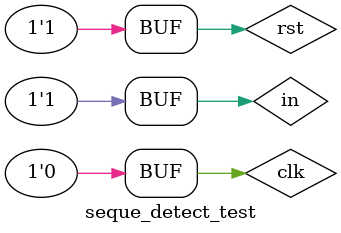
<source format=v>
`timescale 1ns / 1ps


module seque_detect_test;

	// Inputs
	reg clk;
	reg rst;
	reg in;
	// Outputs
	wire out;

	// Instantiate the Unit Under Test (UUT)
	seque_detect uut (
		.clk(clk), 
		.rst(rst), 
		.in(in), 
		.out(out)
	);

	initial begin
		// Initialize Inputs
		clk = 0;
		rst = 0;
		in = 0;

		#10 rst=0; #20 rst =1;
		#20 in=111011011;
		#40 in=1011011011;
        
		// Add stimulus here

	end
      
endmodule


</source>
